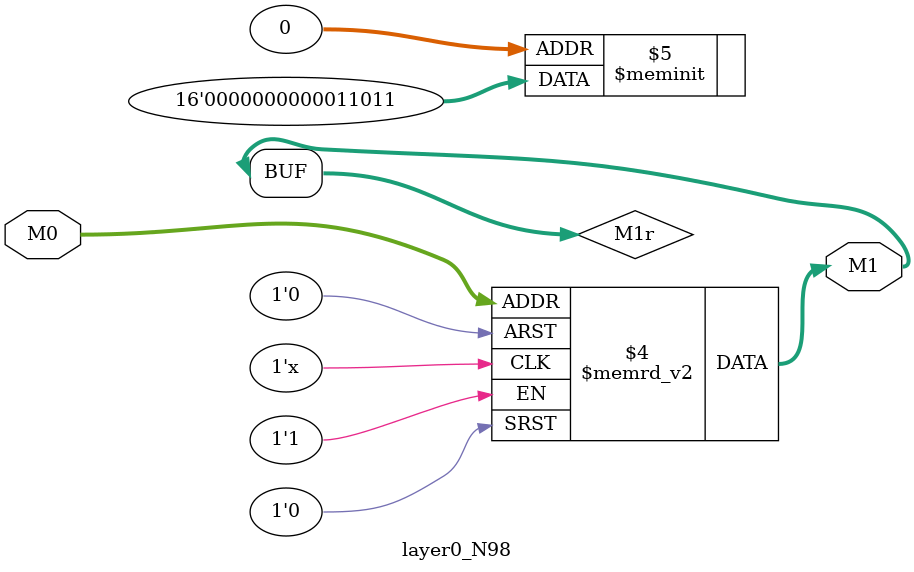
<source format=v>
module layer0_N98 ( input [2:0] M0, output [1:0] M1 );

	(*rom_style = "distributed" *) reg [1:0] M1r;
	assign M1 = M1r;
	always @ (M0) begin
		case (M0)
			3'b000: M1r = 2'b11;
			3'b100: M1r = 2'b00;
			3'b010: M1r = 2'b01;
			3'b110: M1r = 2'b00;
			3'b001: M1r = 2'b10;
			3'b101: M1r = 2'b00;
			3'b011: M1r = 2'b00;
			3'b111: M1r = 2'b00;

		endcase
	end
endmodule

</source>
